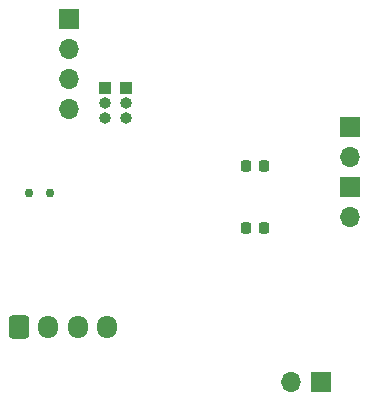
<source format=gbr>
%TF.GenerationSoftware,KiCad,Pcbnew,7.0.8*%
%TF.CreationDate,2024-06-01T15:01:04+09:00*%
%TF.ProjectId,BDCM_Driver_v1,4244434d-5f44-4726-9976-65725f76312e,rev?*%
%TF.SameCoordinates,PXaac6430PY8670810*%
%TF.FileFunction,Soldermask,Bot*%
%TF.FilePolarity,Negative*%
%FSLAX46Y46*%
G04 Gerber Fmt 4.6, Leading zero omitted, Abs format (unit mm)*
G04 Created by KiCad (PCBNEW 7.0.8) date 2024-06-01 15:01:04*
%MOMM*%
%LPD*%
G01*
G04 APERTURE LIST*
G04 Aperture macros list*
%AMRoundRect*
0 Rectangle with rounded corners*
0 $1 Rounding radius*
0 $2 $3 $4 $5 $6 $7 $8 $9 X,Y pos of 4 corners*
0 Add a 4 corners polygon primitive as box body*
4,1,4,$2,$3,$4,$5,$6,$7,$8,$9,$2,$3,0*
0 Add four circle primitives for the rounded corners*
1,1,$1+$1,$2,$3*
1,1,$1+$1,$4,$5*
1,1,$1+$1,$6,$7*
1,1,$1+$1,$8,$9*
0 Add four rect primitives between the rounded corners*
20,1,$1+$1,$2,$3,$4,$5,0*
20,1,$1+$1,$4,$5,$6,$7,0*
20,1,$1+$1,$6,$7,$8,$9,0*
20,1,$1+$1,$8,$9,$2,$3,0*%
G04 Aperture macros list end*
%ADD10R,1.000000X1.000000*%
%ADD11O,1.000000X1.000000*%
%ADD12R,1.700000X1.700000*%
%ADD13O,1.700000X1.700000*%
%ADD14C,0.750000*%
%ADD15RoundRect,0.250000X-0.600000X-0.725000X0.600000X-0.725000X0.600000X0.725000X-0.600000X0.725000X0*%
%ADD16O,1.700000X1.950000*%
%ADD17RoundRect,0.225000X0.225000X0.250000X-0.225000X0.250000X-0.225000X-0.250000X0.225000X-0.250000X0*%
G04 APERTURE END LIST*
D10*
%TO.C,J2*%
X-20320000Y25913000D03*
D11*
X-20320000Y24643000D03*
X-20320000Y23373000D03*
%TD*%
D12*
%TO.C,J4*%
X-3810000Y1016000D03*
D13*
X-6350000Y1016000D03*
%TD*%
D12*
%TO.C,J1*%
X-1327000Y22611000D03*
D13*
X-1327000Y20071000D03*
%TD*%
D12*
%TO.C,J7*%
X-1327000Y17531000D03*
D13*
X-1327000Y14991000D03*
%TD*%
D14*
%TO.C,SW1*%
X-26786000Y17018000D03*
X-28586000Y17018000D03*
%TD*%
D15*
%TO.C,J5*%
X-29404000Y5736000D03*
D16*
X-26904000Y5736000D03*
X-24404000Y5736000D03*
X-21904000Y5736000D03*
%TD*%
D10*
%TO.C,J6*%
X-22098000Y25913000D03*
D11*
X-22098000Y24643000D03*
X-22098000Y23373000D03*
%TD*%
D12*
%TO.C,J3*%
X-25146000Y31750000D03*
D13*
X-25146000Y29210000D03*
X-25146000Y26670000D03*
X-25146000Y24130000D03*
%TD*%
D17*
%TO.C,C4*%
X-8623000Y14097000D03*
X-10173000Y14097000D03*
%TD*%
%TO.C,C7*%
X-8623000Y19304000D03*
X-10173000Y19304000D03*
%TD*%
M02*

</source>
